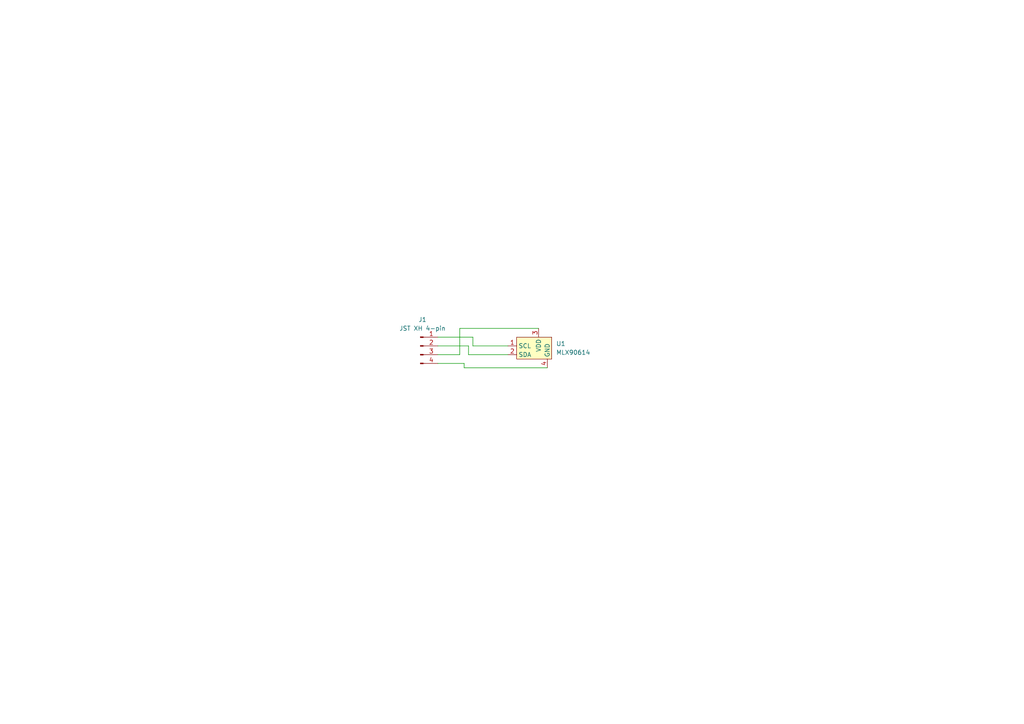
<source format=kicad_sch>
(kicad_sch (version 20231120) (generator "eeschema") (generator_version "8.0")
  (paper "A4")
  (title_block (title "SDM-25 MLX 90614 Breakout Board") (date "2024-09-17") (rev "1") (company "Sun Devil Motorsports"))
  (lib_symbols
    (symbol "Connector:Conn_01x04_Pin" (pin_names (offset 1.016) hide)
      (property "Reference" "J" (at 0 5.08 0))
      (property "Value" "Conn_01x04_Pin" (at 0 -7.62 0))
      (symbol "Conn_01x04_Pin_1_1"
        (polyline (pts (xy 1.27 -5.08) (xy 0.8636 -5.08)) (stroke (width 0.1524)))
        (polyline (pts (xy 1.27 -2.54) (xy 0.8636 -2.54)) (stroke (width 0.1524)))
        (polyline (pts (xy 1.27 0) (xy 0.8636 0)) (stroke (width 0.1524)))
        (polyline (pts (xy 1.27 2.54) (xy 0.8636 2.54)) (stroke (width 0.1524)))
        (rectangle (start 0.8636 -4.953) (end 0 -5.207) (stroke (width 0.1524)) (fill (type outline)))
        (rectangle (start 0.8636 -2.413) (end 0 -2.667) (stroke (width 0.1524)) (fill (type outline)))
        (rectangle (start 0.8636 0.127) (end 0 -0.127) (stroke (width 0.1524)) (fill (type outline)))
        (rectangle (start 0.8636 2.667) (end 0 2.413) (stroke (width 0.1524)) (fill (type outline)))
        (pin passive line (at 5.08 2.54 180) (length 3.81) (name "Pin_1") (number "1"))
        (pin passive line (at 5.08 0 180) (length 3.81) (name "Pin_2") (number "2"))
        (pin passive line (at 5.08 -2.54 180) (length 3.81) (name "Pin_3") (number "3"))
        (pin passive line (at 5.08 -5.08 180) (length 3.81) (name "Pin_4") (number "4"))
      )
    )
    (symbol "wheelboard:MLX90614"
      (property "Reference" "U" (at 0 0 0))
      (property "Value" "MLX90614" (at -3.81 -2.54 0))
      (symbol "MLX90614_1_1"
        (rectangle (start -2.54 -3.81) (end 7.62 -10.16) (fill (type background)))
        (pin input line (at -5.08 -6.35 0) (length 2.54) (name "SCL") (number "1"))
        (pin input line (at -5.08 -8.89 0) (length 2.54) (name "SDA") (number "2"))
        (pin power_in line (at 3.81 -1.27 270) (length 2.54) (name "VDD") (number "3"))
        (pin input line (at 6.35 -12.7 90) (length 2.54) (name "GND") (number "4"))
      )
    )
  )
  (wire (pts (xy 137.16 97.79) (xy 127 97.79)))
  (wire (pts (xy 134.62 105.41) (xy 127 105.41)))
  (wire (pts (xy 135.89 100.33) (xy 127 100.33)))
  (wire (pts (xy 133.35 95.25) (xy 133.35 102.87)))
  (wire (pts (xy 158.75 106.68) (xy 134.62 106.68)))
  (wire (pts (xy 133.35 102.87) (xy 127 102.87)))
  (wire (pts (xy 156.21 95.25) (xy 133.35 95.25)))
  (wire (pts (xy 137.16 100.33) (xy 137.16 97.79)))
  (wire (pts (xy 135.89 102.87) (xy 135.89 100.33)))
  (wire (pts (xy 147.32 102.87) (xy 135.89 102.87)))
  (wire (pts (xy 134.62 106.68) (xy 134.62 105.41)))
  (wire (pts (xy 147.32 100.33) (xy 137.16 100.33)))
  (symbol (lib_id "Connector:Conn_01x04_Pin") (at 121.92 100.33 0) (unit 1)
    (property "Reference" "J1" (at 122.555 92.71 0))
    (property "Value" "JST XH 4-pin" (at 122.555 95.25 0))
    (property "Footprint" "Connector_JST:JST_XH_B4B-XH-A_1x04_P2.50mm_Vertical" (effects (hide yes)))
    (property "Description" "Generic connector, single row, 01x04, script generated" (effects (hide yes)))
  )
  (symbol (lib_id "wheelboard:MLX90614") (at 152.4 93.98 0) (unit 1)
    (property "Reference" "U1" (at 161.29 99.6949 0) (effects (justify left)))
    (property "Value" "MLX90614" (at 161.29 102.2349 0) (effects (justify left)))
    (property "Footprint" "Package_TO_SOT_THT:TO-39-4" (effects (hide yes)))
  )
)
</source>
